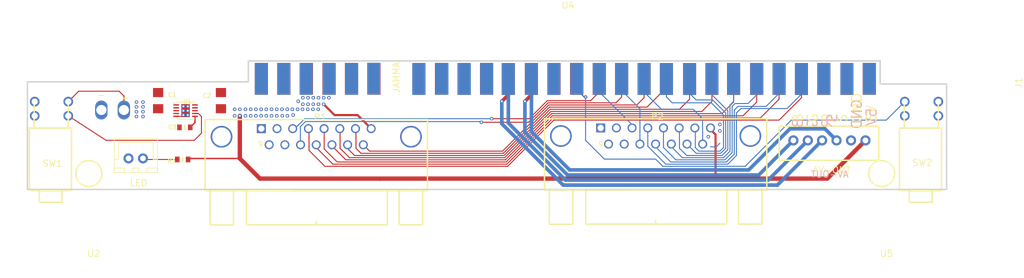
<source format=kicad_pcb>
(kicad_pcb (version 20171130) (host pcbnew "(5.1.5)-3") (page "A4") (layers (0 "F.Cu" signal) (31 "B.Cu" signal) (32 "B.Adhes" user) (33 "F.Adhes" user) (34 "B.Paste" user) (35 "F.Paste" user) (36 "B.SilkS" user) (37 "F.SilkS" user) (38 "B.Mask" user) (39 "F.Mask" user) (40 "Dwgs.User" user) (41 "Cmts.User" user) (42 "Eco1.User" user) (43 "Eco2.User" user) (44 "Edge.Cuts" user) (45 "Margin" user) (46 "B.CrtYd" user) (47 "F.CrtYd" user) (48 "B.Fab" user hide) (49 "F.Fab" user hide)) (net 0 "") (net 1 "AV-OUT1_1") (net 2 "AV-OUT1_2") (net 3 "AV-OUT1_3") (net 4 "AV-OUT1_4") (net 5 "JAMMA1_17") (net 6 "JAMMA1_18") (net 7 "JAMMA1_19") (net 8 "JAMMA1_20") (net 9 "JAMMA1_21") (net 10 "JAMMA1_22") (net 11 "JAMMA1_23") (net 12 "JAMMA1_24") (net 13 "JAMMA1_25") (net 14 "JAMMA2_17") (net 15 "JAMMA2_18") (net 16 "JAMMA2_19") (net 17 "JAMMA2_20") (net 18 "JAMMA2_21") (net 19 "JAMMA2_22") (net 20 "JAMMA2_23") (net 21 "JAMMA2_24") (net 22 "JAMMA2_25") (net 23 "P1_1") (net 24 "P1_2") (net 25 "P1_3") (net 26 "P2_1") (net 27 "P2_2") (net 28 "P2_3") (net 29 "TEST1_1") (net 30 "TESTGND1_1") (net 31 "U2_1") (net 32 "U2_9") (net 33 "+5V") (net 34 "V-IN") (net 35 "GND") (net 36 "1PCOIN") (net 37 "2PUP") (net 38 "1PST") (net 39 "G") (net 40 "2PST") (net 41 "2PCOIN") (net 42 "2PC") (net 43 "2PB") (net 44 "2PR") (net 45 "2PL") (net 46 "2PDN") (net 47 "TEST") (net 48 "2PD") (net 49 "B") (net 50 "S") (net 51 "2PA") (net 52 "R") (net 53 "S$10945") (net 54 "SST") (net 55 "1PUP") (net 56 "1PD") (net 57 "1PB") (net 58 "1PA") (net 59 "1PR") (net 60 "1PDN") (net 61 "1PL") (net 62 "EN") (net 63 "1PC") (net 64 "SELECTDN") (net 65 "SER") (net 66 "SELECTUP") (net 67 "VGND") (net 68 "+12V") (net 69 "-5V") (net 70 "S$25") (net 71 "P5") (net 72 "P4") (net 73 "P6") (net 74 "K5") (net 75 "K4") (net 76 "K6") (zone (net 33) (net_name "+5V") (layer "F.Cu") (hatch edge 0.508) (connect_pads (clearance 0.254)) (polygon (pts (xy 10.668 138.811) (xy 10.668 140.208) (xy 11.557 140.208) (xy 12.573 141.351) (xy 26.924 141.478) (xy 32.004 141.478) (xy 34.036 140.081) (xy 35.369 136.462) (xy 35.369 129.985) (xy 31.687 129.985) (xy 29.019 130.112) (xy 29.083 135.89) (xy 29.083 137.922) (xy 27.559 138.811)))) (zone (net 34) (net_name "V-IN") (layer "F.Cu") (hatch edge 0.508) (connect_pads (clearance 0.254)) (polygon (pts (xy -3.302 137.922) (xy 1.778 137.922) (xy 2.794 138.811) (xy 6.985 138.811) (xy 7.112 139.319) (xy 7.112 140.589) (xy 5.969 140.589) (xy 5.207 141.224) (xy 2.032 141.224) (xy 1.651 141.605) (xy -3.302 141.605)))) (zone (net 33) (net_name "+5V") (layer "B.Cu") (hatch edge 0.508) (connect_pads (clearance 0.254)) (polygon (pts (xy 11.557 138.811) (xy 11.557 140.208) (xy 11.557 140.208) (xy 12.573 141.351) (xy 26.924 141.478) (xy 33.02 140.335) (xy 33.909 139.446) (xy 35.369 136.462) (xy 35.369 129.985) (xy 31.687 129.985) (xy 29.019 130.112) (xy 29.083 135.89) (xy 28.829 138.176) (xy 25.527 138.811)))) (zone (net 34) (net_name "V-IN") (layer "B.Cu") (hatch edge 0.508) (connect_pads (clearance 0.254)) (polygon (pts (xy -3.302 137.922) (xy 1.905 137.922) (xy 2.54 138.43) (xy 6.604 138.43) (xy 6.604 139.319) (xy 6.604 140.589) (xy 5.969 140.589) (xy 5.207 141.224) (xy 2.032 141.224) (xy 1.651 141.605) (xy -3.302 141.605)))) (zone (net 35) (net_name "GND") (layer "F.Cu") (hatch edge 0.508) (connect_pads (clearance 0.254)) (polygon (pts (xy -23.749 129.794) (xy 20.447 129.794) (xy 28.194 129.54) (xy 28.321 130.175) (xy 28.321 137.922) (xy 123.19 138.049) (xy 123.952 137.414) (xy 123.952 130.81) (xy 123.952 130.683) (xy 143.764 129.667) (xy 144.145 130.937) (xy 144.145 157.226) (xy 149.225 162.306) (xy -19.812 162.306) (xy -20.32 161.798) (xy -20.32 133.223) (xy -23.749 129.794)))) (zone (net 35) (net_name "GND") (layer "B.Cu") (hatch edge 0.508) (connect_pads (clearance 0.254)) (polygon (pts (xy 145.034 129.921) (xy 145.034 155.067) (xy 143.383 156.718) (xy -21.463 156.718) (xy -21.844 156.337) (xy -21.844 130.175) (xy -20.066 128.397) (xy 27.813 128.397) (xy 27.813 129.032) (xy 27.813 138.049) (xy 123.063 138.43) (xy 123.444 138.557) (xy 123.444 130.683) (xy 123.825 130.302)))) (segment (start 62.738 141.478) (end 29.845 141.478) (width 0.178) (layer "B.Cu") (net 36)) (segment (start 29.845 141.478) (end 28.09 143.233) (width 0.178) (layer "B.Cu") (net 36)) (segment (start 28.09 143.233) (end 27.737 143.233) (width 0.178) (layer "B.Cu") (net 36)) (segment (start 89.535 134.493) (end 89.535 136.779) (width 0.178) (layer "B.Cu") (net 37)) (segment (start 89.535 136.779) (end 92.583 139.827) (width 0.178) (layer "B.Cu") (net 37)) (segment (start 92.583 139.827) (end 98.171 139.827) (width 0.178) (layer "B.Cu") (net 37)) (segment (start 98.171 139.827) (end 99.822 141.478) (width 0.178) (layer "B.Cu") (net 37)) (segment (start 99.822 141.478) (end 99.847 145.946) (width 0.178) (layer "B.Cu") (net 37)) (segment (start 60.927 142.113) (end 60.927 141.986) (width 0.178) (layer "B.Cu") (net 38)) (segment (start 60.927 141.986) (end 29.972 141.986) (width 0.178) (layer "B.Cu") (net 38)) (segment (start 29.972 141.986) (end 29.083 142.875) (width 0.178) (layer "B.Cu") (net 38)) (segment (start 29.083 142.875) (end 29.083 146.04) (width 0.178) (layer "B.Cu") (net 38)) (segment (start 29.083 146.04) (end 29.116 146.073) (width 0.178) (layer "B.Cu") (net 38)) (segment (start 65.659 134.493) (end 65.659 136.906) (width 0.635) (layer "B.Cu") (net 39)) (segment (start 85.598 134.493) (end 85.598 136.525) (width 0.178) (layer "B.Cu") (net 40)) (segment (start 85.598 136.525) (end 88.806 139.733) (width 0.178) (layer "B.Cu") (net 40)) (segment (start 88.806 139.733) (end 88.806 145.946) (width 0.178) (layer "B.Cu") (net 40)) (segment (start 81.661 134.468) (end 81.661 136.779) (width 0.178) (layer "B.Cu") (net 41)) (segment (start 81.661 136.779) (end 87.427 142.545) (width 0.178) (layer "B.Cu") (net 41)) (segment (start 87.427 142.545) (end 87.427 143.106) (width 0.178) (layer "B.Cu") (net 41)) (segment (start 113.284 134.468) (end 113.284 137.033) (width 0.178) (layer "B.Cu") (net 42)) (segment (start 113.284 137.033) (end 110.998 139.319) (width 0.178) (layer "B.Cu") (net 42)) (segment (start 110.998 139.319) (end 106.045 139.319) (width 0.178) (layer "B.Cu") (net 42)) (segment (start 106.045 139.319) (end 105.41 139.954) (width 0.178) (layer "B.Cu") (net 42)) (segment (start 105.41 139.954) (end 105.41 147.701) (width 0.178) (layer "B.Cu") (net 42)) (segment (start 105.41 147.701) (end 104.013 149.098) (width 0.178) (layer "B.Cu") (net 42)) (segment (start 104.013 149.098) (end 94.234 149.098) (width 0.178) (layer "B.Cu") (net 42)) (segment (start 94.234 149.098) (end 91.567 146.431) (width 0.178) (layer "B.Cu") (net 42)) (segment (start 91.567 146.431) (end 91.567 145.946) (width 0.178) (layer "B.Cu") (net 42)) (segment (start 109.347 134.468) (end 109.347 137.287) (width 0.178) (layer "B.Cu") (net 43)) (segment (start 109.347 137.287) (end 107.823 138.811) (width 0.178) (layer "B.Cu") (net 43)) (segment (start 107.823 138.811) (end 105.537 138.811) (width 0.178) (layer "B.Cu") (net 43)) (segment (start 105.537 138.811) (end 105.029 139.319) (width 0.178) (layer "B.Cu") (net 43)) (segment (start 105.029 139.319) (end 105.029 147.447) (width 0.178) (layer "B.Cu") (net 43)) (segment (start 105.029 147.447) (end 103.759 148.717) (width 0.178) (layer "B.Cu") (net 43)) (segment (start 103.759 148.717) (end 95.123 148.717) (width 0.178) (layer "B.Cu") (net 43)) (segment (start 95.123 148.717) (end 92.946 146.54) (width 0.178) (layer "B.Cu") (net 43)) (segment (start 92.946 146.54) (end 92.946 143.106) (width 0.178) (layer "B.Cu") (net 43)) (segment (start 101.473 134.468) (end 101.473 137.287) (width 0.178) (layer "B.Cu") (net 44)) (segment (start 101.473 137.287) (end 104.267 140.081) (width 0.178) (layer "B.Cu") (net 44)) (segment (start 104.267 140.081) (end 104.267 146.939) (width 0.178) (layer "B.Cu") (net 44)) (segment (start 104.267 146.939) (end 103.251 147.955) (width 0.178) (layer "B.Cu") (net 44)) (segment (start 103.251 147.955) (end 97.028 147.955) (width 0.178) (layer "B.Cu") (net 44)) (segment (start 97.028 147.955) (end 95.758 146.685) (width 0.178) (layer "B.Cu") (net 44)) (segment (start 95.758 146.685) (end 95.758 143.157) (width 0.178) (layer "B.Cu") (net 44)) (segment (start 95.758 143.157) (end 95.707 143.106) (width 0.178) (layer "B.Cu") (net 44)) (segment (start 97.536 134.493) (end 97.536 137.033) (width 0.178) (layer "B.Cu") (net 45)) (segment (start 97.536 137.033) (end 98.679 138.176) (width 0.178) (layer "B.Cu") (net 45)) (segment (start 98.679 138.176) (end 101.6 138.176) (width 0.178) (layer "B.Cu") (net 45)) (segment (start 101.6 138.176) (end 103.886 140.462) (width 0.178) (layer "B.Cu") (net 45)) (segment (start 103.886 140.462) (end 103.886 146.685) (width 0.178) (layer "B.Cu") (net 45)) (segment (start 103.886 146.685) (end 102.997 147.574) (width 0.178) (layer "B.Cu") (net 45)) (segment (start 102.997 147.574) (end 98.715 147.574) (width 0.178) (layer "B.Cu") (net 45)) (segment (start 98.715 147.574) (end 97.086 145.946) (width 0.178) (layer "B.Cu") (net 45)) (segment (start 93.472 134.493) (end 93.472 137.668) (width 0.178) (layer "B.Cu") (net 46)) (segment (start 93.472 137.668) (end 94.488 138.684) (width 0.178) (layer "B.Cu") (net 46)) (segment (start 94.488 138.684) (end 101.346 138.684) (width 0.178) (layer "B.Cu") (net 46)) (segment (start 101.346 138.684) (end 103.505 140.843) (width 0.178) (layer "B.Cu") (net 46)) (segment (start 103.505 140.843) (end 103.505 146.558) (width 0.178) (layer "B.Cu") (net 46)) (segment (start 103.505 146.558) (end 102.87 147.193) (width 0.178) (layer "B.Cu") (net 46)) (segment (start 102.87 147.193) (end 99.187 147.193) (width 0.178) (layer "B.Cu") (net 46)) (segment (start 99.187 147.193) (end 98.552 146.558) (width 0.178) (layer "B.Cu") (net 46)) (segment (start 98.552 146.558) (end 98.552 143.19) (width 0.178) (layer "B.Cu") (net 46)) (segment (start 98.552 143.19) (end 98.468 143.106) (width 0.178) (layer "B.Cu") (net 46)) (segment (start 101.219 146.431) (end 102.235 146.431) (width 0.178) (layer "B.Cu") (net 47)) (segment (start 102.235 146.431) (end 102.87 145.796) (width 0.178) (layer "B.Cu") (net 47)) (segment (start 117.221 134.493) (end 117.221 137.16) (width 0.178) (layer "B.Cu") (net 48)) (segment (start 117.221 137.16) (end 114.681 139.7) (width 0.178) (layer "B.Cu") (net 48)) (segment (start 114.681 139.7) (end 106.553 139.7) (width 0.178) (layer "B.Cu") (net 48)) (segment (start 106.553 139.7) (end 105.791 140.462) (width 0.178) (layer "B.Cu") (net 48)) (segment (start 105.791 140.462) (end 105.791 147.955) (width 0.178) (layer "B.Cu") (net 48)) (segment (start 105.791 147.955) (end 104.267 149.479) (width 0.178) (layer "B.Cu") (net 48)) (segment (start 104.267 149.479) (end 93.345 149.479) (width 0.178) (layer "B.Cu") (net 48)) (segment (start 93.345 149.479) (end 90.188 146.322) (width 0.178) (layer "B.Cu") (net 48)) (segment (start 90.188 146.322) (end 90.188 143.106) (width 0.178) (layer "B.Cu") (net 48)) (segment (start 65.659 134.493) (end 65.659 142.24) (width 0.635) (layer "B.Cu") (net 39)) (segment (start 65.659 142.24) (end 75.692 152.273) (width 0.635) (layer "B.Cu") (net 39)) (segment (start 75.692 152.273) (end 111.364 152.273) (width 0.635) (layer "B.Cu") (net 39)) (segment (start 111.364 152.273) (end 118.341 145.296) (width 0.635) (layer "B.Cu") (net 39)) (segment (start 68.58 138.43) (end 68.58 143.891) (width 0.635) (layer "B.Cu") (net 49)) (segment (start 68.58 143.891) (end 76.073 151.384) (width 0.635) (layer "B.Cu") (net 49)) (segment (start 76.073 151.384) (end 109.714 151.384) (width 0.635) (layer "B.Cu") (net 49)) (segment (start 109.714 151.384) (end 115.799 145.298) (width 0.635) (layer "B.Cu") (net 49)) (segment (start 69.723 134.62) (end 69.723 143.764) (width 0.635) (layer "B.Cu") (net 50)) (segment (start 69.723 143.764) (end 76.454 150.495) (width 0.635) (layer "B.Cu") (net 50)) (segment (start 76.454 150.495) (end 107.95 150.495) (width 0.635) (layer "B.Cu") (net 50)) (segment (start 107.95 150.495) (end 115.189 143.256) (width 0.635) (layer "B.Cu") (net 50)) (segment (start 115.189 143.256) (end 121.347 143.256) (width 0.635) (layer "B.Cu") (net 50)) (segment (start 121.347 143.256) (end 123.389 145.298) (width 0.635) (layer "B.Cu") (net 50)) (segment (start 79.248 137.668) (end 79.248 145.288) (width 0.178) (layer "B.Cu") (net 47)) (segment (start 79.248 145.288) (end 82.55 148.59) (width 0.178) (layer "B.Cu") (net 47)) (segment (start 82.55 148.59) (end 90.678 148.59) (width 0.178) (layer "B.Cu") (net 47)) (segment (start 105.283 134.468) (end 105.283 138.43) (width 0.178) (layer "B.Cu") (net 51)) (segment (start 105.283 138.43) (end 104.648 139.065) (width 0.178) (layer "B.Cu") (net 51)) (segment (start 104.648 139.065) (end 104.648 147.193) (width 0.178) (layer "B.Cu") (net 51)) (segment (start 104.648 147.193) (end 103.505 148.336) (width 0.178) (layer "B.Cu") (net 51)) (segment (start 103.505 148.336) (end 96.266 148.336) (width 0.178) (layer "B.Cu") (net 51)) (segment (start 96.266 148.336) (end 94.328 146.398) (width 0.178) (layer "B.Cu") (net 51)) (segment (start 94.328 146.398) (end 94.328 145.946) (width 0.178) (layer "B.Cu") (net 51)) (segment (start 64.516 138.43) (end 64.516 142.367) (width 0.635) (layer "B.Cu") (net 52)) (segment (start 64.516 142.367) (end 75.311 153.162) (width 0.635) (layer "B.Cu") (net 52)) (segment (start 75.311 153.162) (end 112.986 153.162) (width 0.635) (layer "B.Cu") (net 52)) (segment (start 112.986 153.162) (end 120.849 145.298) (width 0.635) (layer "B.Cu") (net 52)) (segment (start 90.678 148.59) (end 91.567 148.59) (width 0.178) (layer "B.Cu") (net 47)) (segment (start 91.567 148.59) (end 92.837 149.86) (width 0.178) (layer "B.Cu") (net 47)) (segment (start 92.837 149.86) (end 107.315 149.86) (width 0.178) (layer "B.Cu") (net 47)) (segment (start 107.315 149.86) (end 115.443 141.732) (width 0.178) (layer "B.Cu") (net 47)) (segment (start 115.443 141.732) (end 132.138 141.732) (width 0.178) (layer "B.Cu") (net 47)) (segment (start 132.138 141.732) (end 135.392 138.478) (width 0.178) (layer "B.Cu") (net 47)) (gr_line (start 28.702 153.924) (end -18.923 153.924) (width 0.254) (layer "Edge.Cuts")) (gr_line (start -18.923 153.924) (end -18.923 135.001) (width 0.254) (layer "Edge.Cuts")) (gr_line (start -18.923 135.001) (end 19.939 135.001) (width 0.254) (layer "Edge.Cuts")) (gr_line (start 19.939 135.001) (end 19.939 131.318) (width 0.254) (layer "Edge.Cuts")) (gr_line (start 131.064 131.318) (end 131.064 135.382) (width 0.254) (layer "Edge.Cuts")) (gr_line (start 131.064 135.382) (end 133.096 135.382) (width 0.254) (layer "Edge.Cuts")) (gr_line (start 133.096 135.382) (end 142.748 135.382) (width 0.254) (layer "Edge.Cuts")) (gr_line (start 142.748 135.382) (end 142.748 153.924) (width 0.254) (layer "Edge.Cuts")) (gr_line (start 142.748 153.924) (end 28.194 153.924) (width 0.254) (layer "Edge.Cuts")) (gr_line (start 19.939 131.318) (end 131.064 131.318) (width 0.254) (layer "Edge.Cuts")) (segment (start 43.086 152.019) (end 121.76 152.019) (width 0.762) (layer "F.Cu") (net 33)) (segment (start 121.76 152.019) (end 128.481 145.298) (width 0.762) (layer "F.Cu") (net 33)) (segment (start 8.89 140.066) (end 8.89 140.589) (width 0.178) (layer "F.Cu") (net 35)) (segment (start 8.89 140.589) (end 8.412 141.067) (width 0.178) (layer "F.Cu") (net 35)) (segment (start 8.412 141.067) (end 7.239 141.067) (width 0.178) (layer "F.Cu") (net 35)) (segment (start 7.432 148.654) (end 1.588 148.654) (width 0.178) (layer "F.Cu") (net 33)) (segment (start 1.588 148.654) (end 1.397 148.463) (width 0.178) (layer "F.Cu") (net 33)) (segment (start 18.435 148.483) (end 9.503 148.483) (width 0.254) (layer "F.Cu") (net 33)) (segment (start 9.503 148.483) (end 9.332 148.654) (width 0.254) (layer "F.Cu") (net 33)) (segment (start 10.541 141.066) (end 10.541 142.174) (width 0.254) (layer "F.Cu") (net 54)) (segment (start 10.541 142.174) (end 9.713 143.002) (width 0.254) (layer "F.Cu") (net 54)) (segment (start 8.509 140.843) (end 9.271 140.843) (width 0.178) (layer "F.Cu") (net 35)) (segment (start 9.271 140.843) (end 9.271 140.081) (width 0.178) (layer "F.Cu") (net 35)) (segment (start 101.227 143.106) (end 101.227 143.391) (width 0.381) (layer "F.Cu") (net 33)) (segment (start 101.227 143.391) (end 102.108 144.272) (width 0.381) (layer "F.Cu") (net 33)) (segment (start 102.108 144.272) (end 102.108 152.019) (width 0.381) (layer "F.Cu") (net 33)) (segment (start 81.661 134.493) (end 81.661 136.779) (width 0.178) (layer "F.Cu") (net 36)) (segment (start 81.661 136.779) (end 80.137 138.303) (width 0.178) (layer "F.Cu") (net 36)) (segment (start 80.137 138.303) (end 72.517 138.303) (width 0.178) (layer "F.Cu") (net 36)) (segment (start 72.517 138.303) (end 69.342 141.478) (width 0.178) (layer "F.Cu") (net 36)) (segment (start 69.342 141.478) (end 62.738 141.478) (width 0.178) (layer "F.Cu") (net 36)) (segment (start 85.585 134.468) (end 85.585 137.681) (width 0.178) (layer "F.Cu") (net 38)) (segment (start 85.585 137.681) (end 84.582 138.684) (width 0.178) (layer "F.Cu") (net 38)) (segment (start 84.582 138.684) (end 72.644 138.684) (width 0.178) (layer "F.Cu") (net 38)) (segment (start 72.644 138.684) (end 69.215 142.113) (width 0.178) (layer "F.Cu") (net 38)) (segment (start 69.215 142.113) (end 60.927 142.113) (width 0.178) (layer "F.Cu") (net 38)) (segment (start 89.545 134.468) (end 89.545 137.785) (width 0.178) (layer "F.Cu") (net 55)) (segment (start 89.545 137.785) (end 88.265 139.065) (width 0.178) (layer "F.Cu") (net 55)) (segment (start 88.265 139.065) (end 72.771 139.065) (width 0.178) (layer "F.Cu") (net 55)) (segment (start 72.771 139.065) (end 64.643 147.193) (width 0.178) (layer "F.Cu") (net 55)) (segment (start 64.643 147.193) (end 41.278 147.193) (width 0.178) (layer "F.Cu") (net 55)) (segment (start 41.278 147.193) (end 40.157 146.073) (width 0.178) (layer "F.Cu") (net 55)) (segment (start 117.221 134.493) (end 117.221 137.795) (width 0.178) (layer "F.Cu") (net 56)) (segment (start 117.221 137.795) (end 113.284 141.732) (width 0.178) (layer "F.Cu") (net 56)) (segment (start 113.284 141.732) (end 73.66 141.732) (width 0.178) (layer "F.Cu") (net 56)) (segment (start 73.66 141.732) (end 65.532 149.86) (width 0.178) (layer "F.Cu") (net 56)) (segment (start 65.532 149.86) (end 33.401 149.86) (width 0.178) (layer "F.Cu") (net 56)) (segment (start 33.401 149.86) (end 30.607 147.066) (width 0.178) (layer "F.Cu") (net 56)) (segment (start 30.607 147.066) (end 30.607 143.342) (width 0.178) (layer "F.Cu") (net 56)) (segment (start 30.607 143.342) (end 30.498 143.233) (width 0.178) (layer "F.Cu") (net 56)) (segment (start 109.347 134.493) (end 109.347 138.557) (width 0.178) (layer "F.Cu") (net 57)) (segment (start 109.347 138.557) (end 106.934 140.97) (width 0.178) (layer "F.Cu") (net 57)) (segment (start 106.934 140.97) (end 73.406 140.97) (width 0.178) (layer "F.Cu") (net 57)) (segment (start 73.406 140.97) (end 65.278 149.098) (width 0.178) (layer "F.Cu") (net 57)) (segment (start 65.278 149.098) (end 35.56 149.098) (width 0.178) (layer "F.Cu") (net 57)) (segment (start 35.56 149.098) (end 33.274 146.812) (width 0.178) (layer "F.Cu") (net 57)) (segment (start 33.274 146.812) (end 33.274 142.748) (width 0.178) (layer "F.Cu") (net 57)) (segment (start 105.283 134.493) (end 105.283 138.557) (width 0.178) (layer "F.Cu") (net 58)) (segment (start 105.283 138.557) (end 103.251 140.589) (width 0.178) (layer "F.Cu") (net 58)) (segment (start 103.251 140.589) (end 73.279 140.589) (width 0.178) (layer "F.Cu") (net 58)) (segment (start 73.279 140.589) (end 65.151 148.717) (width 0.178) (layer "F.Cu") (net 58)) (segment (start 65.151 148.717) (end 37.084 148.717) (width 0.178) (layer "F.Cu") (net 58)) (segment (start 37.084 148.717) (end 34.638 146.271) (width 0.178) (layer "F.Cu") (net 58)) (segment (start 34.638 146.271) (end 34.638 146.073) (width 0.178) (layer "F.Cu") (net 58)) (segment (start 101.473 134.493) (end 101.473 138.43) (width 0.178) (layer "F.Cu") (net 59)) (segment (start 101.473 138.43) (end 99.695 140.208) (width 0.178) (layer "F.Cu") (net 59)) (segment (start 99.695 140.208) (end 73.152 140.208) (width 0.178) (layer "F.Cu") (net 59)) (segment (start 73.152 140.208) (end 65.024 148.336) (width 0.178) (layer "F.Cu") (net 59)) (segment (start 65.024 148.336) (end 37.719 148.336) (width 0.178) (layer "F.Cu") (net 59)) (segment (start 37.719 148.336) (end 36.068 146.685) (width 0.178) (layer "F.Cu") (net 59)) (segment (start 36.068 146.685) (end 36.068 143.284) (width 0.178) (layer "F.Cu") (net 59)) (segment (start 36.068 143.284) (end 36.017 143.233) (width 0.178) (layer "F.Cu") (net 59)) (segment (start 93.472 134.493) (end 93.472 136.017) (width 0.178) (layer "F.Cu") (net 60)) (segment (start 93.472 136.017) (end 90.043 139.446) (width 0.178) (layer "F.Cu") (net 60)) (segment (start 90.043 139.446) (end 72.898 139.446) (width 0.178) (layer "F.Cu") (net 60)) (segment (start 72.898 139.446) (end 64.77 147.574) (width 0.178) (layer "F.Cu") (net 60)) (segment (start 64.77 147.574) (end 39.751 147.574) (width 0.178) (layer "F.Cu") (net 60)) (segment (start 39.751 147.574) (end 38.862 146.685) (width 0.178) (layer "F.Cu") (net 60)) (segment (start 38.862 146.685) (end 38.862 143.317) (width 0.178) (layer "F.Cu") (net 60)) (segment (start 38.862 143.317) (end 38.778 143.233) (width 0.178) (layer "F.Cu") (net 60)) (segment (start 97.536 134.493) (end 97.536 138.049) (width 0.178) (layer "F.Cu") (net 61)) (segment (start 97.536 138.049) (end 95.758 139.827) (width 0.178) (layer "F.Cu") (net 61)) (segment (start 95.758 139.827) (end 73.025 139.827) (width 0.178) (layer "F.Cu") (net 61)) (segment (start 73.025 139.827) (end 64.897 147.955) (width 0.178) (layer "F.Cu") (net 61)) (segment (start 64.897 147.955) (end 38.608 147.955) (width 0.178) (layer "F.Cu") (net 61)) (segment (start 38.608 147.955) (end 37.592 146.939) (width 0.178) (layer "F.Cu") (net 61)) (segment (start 37.592 146.939) (end 37.592 146.268) (width 0.178) (layer "F.Cu") (net 61)) (segment (start 37.592 146.268) (end 37.396 146.073) (width 0.178) (layer "F.Cu") (net 61)) (segment (start 18.435 140.973) (end 18.435 148.483) (width 0.762) (layer "F.Cu") (net 33)) (segment (start 18.435 148.483) (end 21.971 152.019) (width 0.762) (layer "F.Cu") (net 33)) (segment (start 21.971 152.019) (end 43.087 152.019) (width 0.762) (layer "F.Cu") (net 33)) (segment (start 69.723 134.493) (end 69.723 137.287) (width 0.635) (layer "F.Cu") (net 49)) (segment (start 69.723 137.287) (end 68.58 138.43) (width 0.635) (layer "F.Cu") (net 49)) (segment (start 65.659 134.493) (end 65.659 137.287) (width 0.635) (layer "F.Cu") (net 52)) (segment (start 65.659 137.287) (end 64.516 138.43) (width 0.635) (layer "F.Cu") (net 52)) (segment (start 77.666 134.468) (end 77.666 136.34) (width 0.178) (layer "F.Cu") (net 47)) (segment (start 77.666 136.34) (end 78.994 137.668) (width 0.178) (layer "F.Cu") (net 47)) (segment (start 78.994 137.668) (end 79.248 137.668) (width 0.178) (layer "F.Cu") (net 47)) (segment (start 10.541 140.566) (end 11.153 140.566) (width 0.178) (layer "F.Cu") (net 62)) (segment (start 11.153 140.566) (end 11.684 141.097) (width 0.178) (layer "F.Cu") (net 62)) (segment (start 11.684 141.097) (end 11.684 144.018) (width 0.178) (layer "F.Cu") (net 62)) (segment (start 11.684 144.018) (end 10.414 145.288) (width 0.178) (layer "F.Cu") (net 62)) (segment (start 10.414 145.288) (end -5.08 145.288) (width 0.178) (layer "F.Cu") (net 62)) (segment (start -5.08 145.288) (end -11.742 140.978) (width 0.178) (layer "F.Cu") (net 62)) (segment (start -1.956 139.954) (end -1.956 137.49) (width 0.178) (layer "F.Cu") (net 34)) (segment (start -1.956 137.49) (end -2.794 136.652) (width 0.178) (layer "F.Cu") (net 34)) (segment (start -2.794 136.652) (end -9.916 136.652) (width 0.178) (layer "F.Cu") (net 34)) (segment (start -9.916 136.652) (end -11.742 138.478) (width 0.178) (layer "F.Cu") (net 34)) (segment (start 113.284 134.493) (end 113.284 138.049) (width 0.178) (layer "F.Cu") (net 63)) (segment (start 113.284 138.049) (end 109.982 141.351) (width 0.178) (layer "F.Cu") (net 63)) (segment (start 109.982 141.351) (end 73.533 141.351) (width 0.178) (layer "F.Cu") (net 63)) (segment (start 73.533 141.351) (end 65.405 149.479) (width 0.178) (layer "F.Cu") (net 63)) (segment (start 65.405 149.479) (end 34.798 149.479) (width 0.178) (layer "F.Cu") (net 63)) (segment (start 34.798 149.479) (end 32.131 146.812) (width 0.178) (layer "F.Cu") (net 63)) (segment (start 32.131 146.812) (end 32.131 146.327) (width 0.178) (layer "F.Cu") (net 63)) (segment (start 32.131 146.327) (end 31.877 146.073) (width 0.178) (layer "F.Cu") (net 63)) (segment (start 33.183 138.941) (end 35.085 140.843) (width 0.381) (layer "F.Cu") (net 33)) (segment (start 35.085 140.843) (end 39.146 140.843) (width 0.381) (layer "F.Cu") (net 33)) (segment (start 39.146 140.843) (end 41.537 143.233) (width 0.381) (layer "F.Cu") (net 33)) (via (at 9.271 140.843) (size 0.62) (drill 0.305) (layers "F.Cu" "B.Cu") (net 35)) (via (at 8.509 140.843) (size 0.62) (drill 0.305) (layers "F.Cu" "B.Cu") (net 35)) (via (at 9.271 140.081) (size 0.62) (drill 0.305) (layers "F.Cu" "B.Cu") (net 35)) (via (at 8.509 140.081) (size 0.62) (drill 0.305) (layers "F.Cu" "B.Cu") (net 35)) (via (at 9.271 139.319) (size 0.62) (drill 0.305) (layers "F.Cu" "B.Cu") (net 35)) (via (at 8.509 139.319) (size 0.62) (drill 0.305) (layers "F.Cu" "B.Cu") (net 35)) (via (at 18.438 139.827) (size 0.62) (drill 0.305) (layers "F.Cu" "B.Cu") (net 33)) (via (at 17.521 139.827) (size 0.62) (drill 0.305) (layers "F.Cu" "B.Cu") (net 33)) (via (at 18.435 140.973) (size 0.62) (drill 0.305) (layers "F.Cu" "B.Cu") (net 33)) (via (at 17.519 140.973) (size 0.62) (drill 0.305) (layers "F.Cu" "B.Cu") (net 33)) (via (at 28.595 139.83) (size 0.62) (drill 0.305) (layers "F.Cu" "B.Cu") (net 33)) (via (at 27.679 139.83) (size 0.62) (drill 0.305) (layers "F.Cu" "B.Cu") (net 33)) (via (at 26.762 139.83) (size 0.62) (drill 0.305) (layers "F.Cu" "B.Cu") (net 33)) (via (at 25.845 139.83) (size 0.62) (drill 0.305) (layers "F.Cu" "B.Cu") (net 33)) (via (at 24.929 139.83) (size 0.62) (drill 0.305) (layers "F.Cu" "B.Cu") (net 33)) (via (at 19.428 139.83) (size 0.62) (drill 0.305) (layers "F.Cu" "B.Cu") (net 33)) (via (at 20.345 139.83) (size 0.62) (drill 0.305) (layers "F.Cu" "B.Cu") (net 33)) (via (at 21.262 139.83) (size 0.62) (drill 0.305) (layers "F.Cu" "B.Cu") (net 33)) (via (at 22.179 139.83) (size 0.62) (drill 0.305) (layers "F.Cu" "B.Cu") (net 33)) (via (at 23.095 139.83) (size 0.62) (drill 0.305) (layers "F.Cu" "B.Cu") (net 33)) (via (at 24.012 139.83) (size 0.62) (drill 0.305) (layers "F.Cu" "B.Cu") (net 33)) (via (at 24.926 140.975) (size 0.62) (drill 0.305) (layers "F.Cu" "B.Cu") (net 33)) (via (at 19.426 140.975) (size 0.62) (drill 0.305) (layers "F.Cu" "B.Cu") (net 33)) (via (at 20.343 140.975) (size 0.62) (drill 0.305) (layers "F.Cu" "B.Cu") (net 33)) (via (at 21.259 140.975) (size 0.62) (drill 0.305) (layers "F.Cu" "B.Cu") (net 33)) (via (at 22.176 140.975) (size 0.62) (drill 0.305) (layers "F.Cu" "B.Cu") (net 33)) (via (at 23.093 140.975) (size 0.62) (drill 0.305) (layers "F.Cu" "B.Cu") (net 33)) (via (at 24.009 140.975) (size 0.62) (drill 0.305) (layers "F.Cu" "B.Cu") (net 33)) (via (at 29.464 139.827) (size 0.62) (drill 0.305) (layers "F.Cu" "B.Cu") (net 33)) (via (at 30.381 139.827) (size 0.62) (drill 0.305) (layers "F.Cu" "B.Cu") (net 33)) (via (at 31.297 139.827) (size 0.62) (drill 0.305) (layers "F.Cu" "B.Cu") (net 33)) (via (at 32.214 139.827) (size 0.62) (drill 0.305) (layers "F.Cu" "B.Cu") (net 33)) (via (at 34.103 137.795) (size 0.62) (drill 0.305) (layers "F.Cu" "B.Cu") (net 33)) (via (at 33.186 137.795) (size 0.62) (drill 0.305) (layers "F.Cu" "B.Cu") (net 33)) (via (at 29.519 137.795) (size 0.62) (drill 0.305) (layers "F.Cu" "B.Cu") (net 33)) (via (at 30.436 137.795) (size 0.62) (drill 0.305) (layers "F.Cu" "B.Cu") (net 33)) (via (at 31.353 137.795) (size 0.62) (drill 0.305) (layers "F.Cu" "B.Cu") (net 33)) (via (at 32.269 137.795) (size 0.62) (drill 0.305) (layers "F.Cu" "B.Cu") (net 33)) (via (at 33.184 138.941) (size 0.62) (drill 0.305) (layers "F.Cu" "B.Cu") (net 33)) (via (at 27.813 140.843) (size 0.62) (drill 0.305) (layers "F.Cu" "B.Cu") (net 33)) (via (at 28.702 138.43) (size 0.62) (drill 0.305) (layers "F.Cu" "B.Cu") (net 33)) (via (at 29.517 138.941) (size 0.62) (drill 0.305) (layers "F.Cu" "B.Cu") (net 33)) (via (at 30.434 138.941) (size 0.62) (drill 0.305) (layers "F.Cu" "B.Cu") (net 33)) (via (at 31.35 138.941) (size 0.62) (drill 0.305) (layers "F.Cu" "B.Cu") (net 33)) (via (at 32.267 138.941) (size 0.62) (drill 0.305) (layers "F.Cu" "B.Cu") (net 33)) (via (at 68.58 138.43) (size 0.61) (drill 0.305) (layers "F.Cu" "B.Cu") (net 49)) (via (at 64.516 138.43) (size 0.61) (drill 0.305) (layers "F.Cu" "B.Cu") (net 52)) (via (at 62.738 141.478) (size 0.61) (drill 0.305) (layers "F.Cu" "B.Cu") (net 36)) (via (at 60.927 142.113) (size 0.61) (drill 0.305) (layers "F.Cu" "B.Cu") (net 38)) (via (at 100.838 144.653) (size 0.61) (drill 0.305) (layers "F.Cu" "B.Cu") (net 35)) (via (at 102.87 143.637) (size 0.61) (drill 0.305) (layers "F.Cu" "B.Cu") (net 35)) (via (at 102.87 142.494) (size 0.61) (drill 0.305) (layers "F.Cu" "B.Cu") (net 35)) (via (at 79.248 137.668) (size 0.61) (drill 0.203) (layers "F.Cu" "B.Cu") (net 47)) (via (at 25.908 140.97) (size 0.62) (drill 0.305) (layers "F.Cu" "B.Cu") (net 33)) (via (at 26.797 140.97) (size 0.62) (drill 0.305) (layers "F.Cu" "B.Cu") (net 33)) (via (at 1.397 138.557) (size 0.61) (drill 0.305) (layers "F.Cu" "B.Cu") (net 34)) (via (at 1.397 139.404) (size 0.61) (drill 0.305) (layers "F.Cu" "B.Cu") (net 34)) (via (at 1.397 140.25) (size 0.61) (drill 0.305) (layers "F.Cu" "B.Cu") (net 34)) (via (at 1.397 141.097) (size 0.61) (drill 0.305) (layers "F.Cu" "B.Cu") (net 34)) (via (at 0.254 141.097) (size 0.61) (drill 0.305) (layers "F.Cu" "B.Cu") (net 34)) (via (at 0.254 140.25) (size 0.61) (drill 0.305) (layers "F.Cu" "B.Cu") (net 34)) (via (at 0.254 139.404) (size 0.61) (drill 0.305) (layers "F.Cu" "B.Cu") (net 34)) (via (at 0.254 138.557) (size 0.61) (drill 0.305) (layers "F.Cu" "B.Cu") (net 34)) (gr_text "S" (at 122.497 142.358 -90) (layer "B.SilkS") (effects (font (size 1.75 1.75) (thickness 0.203)) (justify left mirror))) (gr_text "R" (at 121.768 141.244 90) (layer "B.SilkS") (effects (font (size 1.75 1.75) (thickness 0.203)) (justify left mirror))) (gr_text "G" (at 119.177 141.164 90) (layer "B.SilkS") (effects (font (size 1.75 1.75) (thickness 0.203)) (justify left mirror))) (gr_text "B" (at 116.586 141.244 90) (layer "B.SilkS") (effects (font (size 1.75 1.75) (thickness 0.203)) (justify left mirror))) (gr_text "GND" (at 126.949 137.887 90) (layer "B.SilkS") (effects (font (size 1.75 1.75) (thickness 0.203)) (justify left mirror))) (gr_text "5V" (at 129.54 139.446 90) (layer "B.SilkS") (effects (font (size 1.75 1.75) (thickness 0.203)) (justify left mirror))) (gr_text "AV-OUT" (at 125.603 151.257 0) (layer "B.SilkS") (effects (font (size 1.143 1.143) (thickness 0.152)) (justify left mirror))) (gr_text "5V" (at 129.54 142.367 90) (layer "F.SilkS") (effects (font (size 1.75 1.75) (thickness 0.203)) (justify left))) (gr_text "GND" (at 126.949 142.367 90) (layer "F.SilkS") (effects (font (size 1.75 1.75) (thickness 0.203)) (justify left))) (gr_text "B" (at 116.586 142.367 90) (layer "F.SilkS") (effects (font (size 1.75 1.75) (thickness 0.203)) (justify left))) (gr_text "G" (at 119.177 142.367 90) (layer "F.SilkS") (effects (font (size 1.75 1.75) (thickness 0.203)) (justify left))) (gr_text "R" (at 121.768 142.367 90) (layer "F.SilkS") (effects (font (size 1.75 1.75) (thickness 0.203)) (justify left))) (gr_text "S" (at 124.359 142.367 90) (layer "F.SilkS") (effects (font (size 1.75 1.75) (thickness 0.203)) (justify left))) (gr_text "AV-OUT" (at 119.126 150.495 0) (layer "F.SilkS") (effects (font (size 1.143 1.143) (thickness 0.152)) (justify left))) (gr_text "_" (at -6.477 136.779 0) (layer "F.SilkS") (effects (font (size 1.143 1.143) (thickness 0.152)) (justify left))) (module "easyeda:3.96MM 2P" (layer "F.Cu") (at -3.937 139.954) (fp_text value "3.96MM 2P" (at -0.076 -3.302 0) (layer "F.Fab") hide (effects (font (size 1.143 1.143) (thickness 0.152)) (justify left))) (fp_text reference "+" (at 1.397 -2.159 0) (layer "F.SilkS") (effects (font (size 1.143 1.143) (thickness 0.152)) (justify left))) (pad 1 thru_hole oval (at -1.981 0 180) (size 2.159 3.302) (layers "*.Cu" "*.Paste" "*.Mask") (drill 1.778) (net 35 "GND")) (pad 2 thru_hole oval (at 1.981 0 180) (size 2.159 3.302) (layers "*.Cu" "*.Paste" "*.Mask") (drill 1.778) (net 34 "V-IN")) (fp_text user gge10928 (at 0 0) (layer "Cmts.User") (effects (font (size 1 1) (thickness 0.15))))) (module "easyeda:JAMMA SOLDER SIDE" (layer "F.Cu") (at 75.692 134.493) (attr smd) (fp_text value "JAMMA SOLDER SIDE" (at -0.163 -4.953 0) (layer "F.Fab") hide (effects (font (size 1.143 1.143) (thickness 0.152)) (justify left))) (fp_text reference "U4" (at -0.762 -12.954 0) (layer "F.SilkS") (effects (font (size 1.143 1.143) (thickness 0.152)) (justify left))) (fp_text value "JAMMA" (at -29.729 2.575 90) (layer "F.SilkS") (effects (font (size 1.143 1.143) (thickness 0.178)) (justify left))) (pad "_F" smd rect (at 53.467 -0.025 0) (size 2.299 5.588) (layers "B.Cu" "B.Paste" "B.Mask") (net 35 "GND")) (pad "_E" smd rect (at 49.53 -0.025 0) (size 2.299 5.588) (layers "B.Cu" "B.Paste" "B.Mask") (net 35 "GND")) (pad "_D" smd rect (at 45.466 -0.025 0) (size 2.299 5.588) (layers "B.Cu" "B.Paste" "B.Mask") (net 64 "SELECTDN")) (pad "_C" smd rect (at 41.529 0 0) (size 2.299 5.588) (layers "B.Cu" "B.Paste" "B.Mask") (net 48 "2PD")) (pad "_B" smd rect (at 37.592 -0.025 0) (size 2.301 5.588) (layers "B.Cu" "B.Paste" "B.Mask") (net 42 "2PC")) (pad "_A" smd rect (at 33.655 -0.025 0) (size 2.301 5.588) (layers "B.Cu" "B.Paste" "B.Mask") (net 43 "2PB")) (pad "Z" smd rect (at 29.591 -0.025 0) (size 2.301 5.588) (layers "B.Cu" "B.Paste" "B.Mask") (net 51 "2PA")) (pad "Y" smd rect (at 25.781 -0.025 0) (size 2.301 5.588) (layers "B.Cu" "B.Paste" "B.Mask") (net 44 "2PR")) (pad "X" smd rect (at 21.844 0 0) (size 2.301 5.588) (layers "B.Cu" "B.Paste" "B.Mask") (net 45 "2PL")) (pad "W" smd rect (at 17.78 0 0) (size 2.301 5.588) (layers "B.Cu" "B.Paste" "B.Mask") (net 46 "2PDN")) (pad "V" smd rect (at 13.843 0 0) (size 2.301 5.588) (layers "B.Cu" "B.Paste" "B.Mask") (net 37 "2PUP")) (pad "U" smd rect (at 9.906 0 0) (size 2.301 5.588) (layers "B.Cu" "B.Paste" "B.Mask") (net 40 "2PST")) (pad "T" smd rect (at 5.969 -0.025 0) (size 2.301 5.588) (layers "B.Cu" "B.Paste" "B.Mask") (net 41 "2PCOIN")) (pad "S" smd rect (at 2.032 -0.025 0) (size 2.301 5.588) (layers "B.Cu" "B.Paste" "B.Mask")) (pad "R" smd rect (at -2.032 0 0) (size 2.299 5.588) (layers "B.Cu" "B.Paste" "B.Mask") (net 65 "SER")) (pad "P" smd rect (at -5.968 -0.025 0) (size 2.299 5.588) (layers "B.Cu" "B.Paste" "B.Mask") (net 50 "S")) (pad "N" smd rect (at -10.033 0 0) (size 2.299 5.588) (layers "B.Cu" "B.Paste" "B.Mask") (net 39 "G")) (pad "M" smd rect (at -13.843 -0.025 0) (size 2.299 5.588) (layers "B.Cu" "B.Paste" "B.Mask")) (pad "L" smd rect (at -17.78 0 0) (size 2.299 5.588) (layers "B.Cu" "B.Paste" "B.Mask")) (pad "K" smd rect (at -21.717 -0.025 0) (size 2.299 5.588) (layers "B.Cu" "B.Paste" "B.Mask")) (pad "J" smd rect (at -25.781 0 0) (size 2.299 5.588) (layers "B.Cu" "B.Paste" "B.Mask")) (pad "F" smd rect (at -33.706 -0.051 0) (size 2.299 5.588) (layers "B.Cu" "B.Paste" "B.Mask")) (pad "E" smd rect (at -37.592 -0.025 0) (size 2.301 5.588) (layers "B.Cu" "B.Paste" "B.Mask")) (pad "D" smd rect (at -41.529 -0.025 0) (size 2.301 5.588) (layers "B.Cu" "B.Paste" "B.Mask") (net 33 "+5V")) (pad "C" smd rect (at -45.593 -0.025 0) (size 2.301 5.588) (layers "B.Cu" "B.Paste" "B.Mask") (net 33 "+5V")) (pad "B" smd rect (at -49.53 -0.025 0) (size 2.301 5.588) (layers "B.Cu" "B.Paste" "B.Mask") (net 35 "GND")) (pad "A" smd rect (at -53.467 -0.025 0) (size 2.301 5.588) (layers "B.Cu" "B.Paste" "B.Mask") (net 35 "GND")) (fp_line (start -18.044 2.083) (end -18.044 2.642) (width 0.178) (layer "F.Cu")) (pad 1 smd rect (at -53.467 -0.025 0) (size 2.3 5.588) (layers "F.Cu" "F.Paste" "F.Mask") (net 35 "GND")) (pad 2 smd rect (at -49.507 -0.025 0) (size 2.3 5.588) (layers "F.Cu" "F.Paste" "F.Mask") (net 35 "GND")) (pad 28 smd rect (at 53.453 -0.025 0) (size 2.3 5.588) (layers "F.Cu" "F.Paste" "F.Mask") (net 35 "GND")) (pad 27 smd rect (at 49.53 0 0) (size 2.3 5.588) (layers "F.Cu" "F.Paste" "F.Mask") (net 35 "GND")) (pad 3 smd rect (at -45.547 -0.025 0) (size 2.3 5.588) (layers "F.Cu" "F.Paste" "F.Mask") (net 33 "+5V")) (pad 4 smd rect (at -41.587 -0.025 0) (size 2.3 5.588) (layers "F.Cu" "F.Paste" "F.Mask") (net 33 "+5V")) (pad 26 smd rect (at 45.466 0 0) (size 2.3 5.588) (layers "F.Cu" "F.Paste" "F.Mask") (net 66 "SELECTUP")) (pad 25 smd rect (at 41.529 0 0) (size 2.3 5.588) (layers "F.Cu" "F.Paste" "F.Mask") (net 56 "1PD")) (pad 24 smd rect (at 37.592 0 0) (size 2.3 5.588) (layers "F.Cu" "F.Paste" "F.Mask") (net 63 "1PC")) (pad 23 smd rect (at 33.655 0 0) (size 2.3 5.588) (layers "F.Cu" "F.Paste" "F.Mask") (net 57 "1PB")) (pad 22 smd rect (at 29.591 0 0) (size 2.3 5.588) (layers "F.Cu" "F.Paste" "F.Mask") (net 58 "1PA")) (pad 21 smd rect (at 25.781 0 0) (size 2.3 5.588) (layers "F.Cu" "F.Paste" "F.Mask") (net 59 "1PR")) (pad 20 smd rect (at 21.844 0 0) (size 2.3 5.588) (layers "F.Cu" "F.Paste" "F.Mask") (net 61 "1PL")) (pad 19 smd rect (at 17.78 0 0) (size 2.3 5.588) (layers "F.Cu" "F.Paste" "F.Mask") (net 60 "1PDN")) (pad 18 smd rect (at 13.853 -0.025 0) (size 2.3 5.588) (layers "F.Cu" "F.Paste" "F.Mask") (net 55 "1PUP")) (pad 17 smd rect (at 9.893 -0.025 0) (size 2.3 5.588) (layers "F.Cu" "F.Paste" "F.Mask") (net 38 "1PST")) (pad 16 smd rect (at 5.969 0 0) (size 2.3 5.588) (layers "F.Cu" "F.Paste" "F.Mask") (net 36 "1PCOIN")) (pad 15 smd rect (at 1.972 -0.025 0) (size 2.3 5.588) (layers "F.Cu" "F.Paste" "F.Mask") (net 47 "TEST")) (pad 14 smd rect (at -1.987 -0.025 0) (size 2.3 5.588) (layers "F.Cu" "F.Paste" "F.Mask") (net 67 "VGND")) (pad 13 smd rect (at -5.969 0 0) (size 2.3 5.588) (layers "F.Cu" "F.Paste" "F.Mask") (net 49 "B")) (pad 12 smd rect (at -10.033 0 0) (size 2.3 5.588) (layers "F.Cu" "F.Paste" "F.Mask") (net 52 "R")) (pad 11 smd rect (at -13.867 -0.025 0) (size 2.3 5.588) (layers "F.Cu" "F.Paste" "F.Mask")) (pad 10 smd rect (at -17.827 -0.025 0) (size 2.3 5.588) (layers "F.Cu" "F.Paste" "F.Mask")) (pad 9 smd rect (at -21.787 -0.025 0) (size 2.3 5.588) (layers "F.Cu" "F.Paste" "F.Mask")) (pad 8 smd rect (at -25.747 -0.025 0) (size 2.3 5.588) (layers "F.Cu" "F.Paste" "F.Mask")) (pad 6 smd rect (at -33.655 -0.025 0) (size 2.3 5.588) (layers "F.Cu" "F.Paste" "F.Mask") (net 68 "+12V")) (pad 5 smd rect (at -37.628 -0.025 0) (size 2.3 5.588) (layers "F.Cu" "F.Paste" "F.Mask") (net 69 "-5V")) (fp_text user gge10958 (at 0 0) (layer "Cmts.User") (effects (font (size 1 1) (thickness 0.15))))) (module "easyeda:EFUSE" (layer "F.Cu") (at 9.652 140.208) (attr smd) (fp_text reference "U1" (at -1.27 -1.778 0) (layer "F.SilkS") (effects (font (size 0.75 0.75) (thickness 0.152)) (justify left))) (fp_text value "EFUSE" (at -1.016 -3.759 0) (layer "F.Fab") hide (effects (font (size 1.143 1.143) (thickness 0.152)) (justify left))) (fp_arc (start -2.817 -1.462) (end -2.692 -1.46) (angle 358.836) (width 0.1) (layer "F.SilkS")) (fp_line (start -2.261 -1.412) (end -2.261 -1.641) (width 0.15) (layer "F.SilkS")) (fp_line (start -2.261 -1.641) (end 0.737 -1.641) (width 0.15) (layer "F.SilkS")) (fp_line (start 0.737 -1.641) (end 0.737 -1.412) (width 0.15) (layer "F.SilkS")) (fp_line (start 0.737 1.102) (end 0.737 1.356) (width 0.15) (layer "F.SilkS")) (fp_line (start 0.737 1.356) (end -2.261 1.356) (width 0.15) (layer "F.SilkS")) (fp_line (start -2.261 1.356) (end -2.261 1.077) (width 0.15) (layer "F.SilkS")) (pad 10 smd rect (at 0.889 -1.143 0) (size 1 0.25) (layers "F.Cu" "F.Paste" "F.Mask") (net 33 "+5V")) (pad 9 smd rect (at 0.889 -0.643 0) (size 1 0.25) (layers "F.Cu" "F.Paste" "F.Mask") (net 33 "+5V")) (pad 8 smd rect (at 0.889 -0.142 0) (size 1 0.25) (layers "F.Cu" "F.Paste" "F.Mask") (net 33 "+5V")) (pad 7 smd rect (at 0.889 0.358 0) (size 1 0.25) (layers "F.Cu" "F.Paste" "F.Mask") (net 62 "EN")) (pad 6 smd rect (at 0.889 0.859 0) (size 1 0.25) (layers "F.Cu" "F.Paste" "F.Mask") (net 54 "SST")) (pad 5 smd rect (at -2.413 0.859 180) (size 1 0.25) (layers "F.Cu" "F.Paste" "F.Mask") (net 35 "GND")) (pad 4 smd rect (at -2.413 0.358 180) (size 1 0.25) (layers "F.Cu" "F.Paste" "F.Mask") (net 34 "V-IN")) (pad 3 smd rect (at -2.413 -0.142 180) (size 1 0.25) (layers "F.Cu" "F.Paste" "F.Mask") (net 34 "V-IN")) (pad 2 smd rect (at -2.413 -0.643 180) (size 1 0.25) (layers "F.Cu" "F.Paste" "F.Mask") (net 34 "V-IN")) (pad 1 smd rect (at -2.413 -1.143 180) (size 1 0.25) (layers "F.Cu" "F.Paste" "F.Mask") (net 34 "V-IN")) (pad 11 smd rect (at -0.762 -0.142 0) (size 1.5 2.3) (layers "F.Cu" "F.Paste" "F.Mask") (net 35 "GND")) (fp_text user gge187618 (at 0 0) (layer "Cmts.User") (effects (font (size 1 1) (thickness 0.15))))) (module "easyeda:0603" (layer "F.Cu") (at 6.731 143.764 -90) (attr smd) (fp_text reference "C3" (at -0.762 1.016 0) (layer "F.SilkS") (effects (font (size 0.762 0.762) (thickness 0.152)) (justify left))) (fp_line (start -0.381 -2.032) (end -1.143 -2.032) (width 0.254) (layer "F.SilkS")) (fp_text value "0.1uF/50V" (at 1.778 2.076 0) (layer "Cmts.User") hide (effects (font (size 1 1) (thickness 0.15)) (justify left))) (pad 1 smd rect (at -0.762 -2.982 180) (size 0.8 1.001) (layers "F.Cu" "F.Paste" "F.Mask") (net 54 "SST")) (pad 2 smd rect (at -0.762 -1.082 180) (size 0.798 1.001) (layers "F.Cu" "F.Paste" "F.Mask") (net 35 "GND")) (fp_text user gge133778 (at 0 0) (layer "Cmts.User") (effects (font (size 1 1) (thickness 0.15))))) (module "easyeda:6PIN_2.54_MM_JST_XHP_JST_CONNECTOR BRO COPY" (layer "F.Cu") (at 122.301 145.796 -90) (fp_text value "6PIN_2.54_MM_JST_XHP_JST_CONNECTOR BRO COPY" (at 45.451 -11.519 90) (layer "F.Fab") hide (effects (font (size 1.143 1.143) (thickness 0.152)) (justify left))) (fp_text reference "J1" (at -9.525 -33.147 90) (layer "F.SilkS") (effects (font (size 1.143 1.143) (thickness 0.152)) (justify left))) (fp_line (start -3 -8.001) (end -3 -8.5) (width 0.254) (layer "F.SilkS")) (fp_line (start -3 -8.5) (end 3 -8.5) (width 0.254) (layer "F.SilkS")) (fp_line (start 3 -8.5) (end 3 8.999) (width 0.254) (layer "F.SilkS")) (fp_line (start 3 8.999) (end -3 8.999) (width 0.254) (layer "F.SilkS")) (fp_line (start -3 8.999) (end -3 -8.001) (width 0.254) (layer "F.SilkS")) (pad 4 thru_hole circle (at -0.498 1.452 -90) (size 1.778 1.778) (layers "*.Cu" "*.Paste" "*.Mask") (drill 1.016) (net 52 "R")) (pad 3 thru_hole circle (at -0.498 -1.088 -90) (size 1.778 1.778) (layers "*.Cu" "*.Paste" "*.Mask") (drill 1.016) (net 50 "S")) (pad 2 thru_hole circle (at -0.498 -3.639 -90) (size 1.778 1.778) (layers "*.Cu" "*.Paste" "*.Mask") (drill 1.016) (net 35 "GND")) (pad 5 thru_hole circle (at -0.5 3.96 -90) (size 1.778 1.778) (layers "*.Cu" "*.Paste" "*.Mask") (drill 1.016) (net 39 "G")) (pad 1 thru_hole circle (at -0.498 -6.179 -90) (size 1.778 1.778) (layers "*.Cu" "*.Paste" "*.Mask") (drill 1.016) (net 33 "+5V")) (pad 6 thru_hole circle (at -0.498 6.502 -90) (size 1.778 1.778) (layers "*.Cu" "*.Paste" "*.Mask") (drill 1.016) (net 49 "B")) (fp_text user gge191803 (at 0 0) (layer "Cmts.User") (effects (font (size 1 1) (thickness 0.15))))) (module "easyeda:DB15-M-DC" (layer "F.Cu") (at 31.877 144.653 -90) (fp_text reference "P1" (at -3.429 0.508 0) (layer "F.SilkS") (effects (font (size 1.143 1.143) (thickness 0.152)) (justify left))) (fp_text value "Controller 1" (at 6.246 -22.86 -90) (layer "F.Fab") hide (effects (font (size 1.143 1.143) (thickness 0.127)) (justify left))) (fp_line (start 14.818 0) (end 15.519 0) (width 0.254) (layer "F.SilkS")) (fp_line (start 9.5 -12.509) (end 15.499 -12.509) (width 0.254) (layer "F.SilkS")) (fp_line (start 15.499 -12.509) (end 15.499 12.294) (width 0.254) (layer "F.SilkS")) (fp_line (start 15.499 12.294) (end 9.5 12.294) (width 0.254) (layer "F.SilkS")) (fp_line (start 9.5 12.294) (end 9.5 4.239) (width 0.254) (layer "F.SilkS")) (fp_line (start 9.5 -14.569) (end 15.499 -14.569) (width 0.254) (layer "F.SilkS")) (fp_line (start 9.5 -18.71) (end 15.499 -18.71) (width 0.254) (layer "F.SilkS")) (fp_line (start 15.499 -18.71) (end 15.499 -14.6) (width 0.254) (layer "F.SilkS")) (fp_text value "1" (at -1.827 11.583 0) (layer "F.SilkS") (effects (font (size 0.889 0.889) (thickness 0.127)) (justify left))) (fp_text value "8" (at -1.496 -11.125 0) (layer "F.SilkS") (effects (font (size 0.889 0.889) (thickness 0.127)) (justify left))) (fp_text value "15" (at 1.45 -9.779 0) (layer "F.SilkS") (effects (font (size 0.889 0.889) (thickness 0.127)) (justify left))) (fp_text value "9" (at 1.323 10.297 0) (layer "F.SilkS") (effects (font (size 0.889 0.889) (thickness 0.127)) (justify left))) (fp_line (start 9.522 18.689) (end 15.522 18.689) (width 0.254) (layer "F.SilkS")) (fp_line (start 15.522 18.659) (end 15.522 14.549) (width 0.254) (layer "F.SilkS")) (fp_line (start 15.522 14.549) (end 9.522 14.549) (width 0.254) (layer "F.SilkS")) (fp_line (start -3.023 -19.558) (end 9.5 -19.558) (width 0.254) (layer "F.SilkS")) (fp_line (start 9.5 -19.558) (end 9.5 19.543) (width 0.254) (layer "F.SilkS")) (fp_line (start 9.5 19.543) (end -3.023 19.543) (width 0.254) (layer "F.SilkS")) (fp_line (start -3.023 19.543) (end -3.023 -19.558) (width 0.254) (layer "F.SilkS")) (pad 6 thru_hole circle (at -1.42 -4.14 0) (size 1.575 1.575) (layers "*.Cu" "*.Paste" "*.Mask") (drill 1.1) (net 59 "1PR")) (pad 8 thru_hole circle (at -1.42 -9.66 0) (size 1.575 1.575) (layers "*.Cu" "*.Paste" "*.Mask") (drill 1.1) (net 33 "+5V")) (pad 7 thru_hole circle (at -1.42 -6.9 0) (size 1.575 1.575) (layers "*.Cu" "*.Paste" "*.Mask") (drill 1.1) (net 60 "1PDN")) (pad 4 thru_hole circle (at -1.42 1.38 0) (size 1.575 1.575) (layers "*.Cu" "*.Paste" "*.Mask") (drill 1.1) (net 56 "1PD")) (pad 14 thru_hole circle (at 1.42 -5.52 0) (size 1.575 1.575) (layers "*.Cu" "*.Paste" "*.Mask") (drill 1.1) (net 61 "1PL")) (pad 13 thru_hole circle (at 1.42 -2.76 0) (size 1.575 1.575) (layers "*.Cu" "*.Paste" "*.Mask") (drill 1.1) (net 58 "1PA")) (pad 12 thru_hole circle (at 1.42 0 0) (size 1.575 1.575) (layers "*.Cu" "*.Paste" "*.Mask") (drill 1.1) (net 63 "1PC")) (pad 11 thru_hole circle (at 1.42 2.76 0) (size 1.575 1.575) (layers "*.Cu" "*.Paste" "*.Mask") (drill 1.1) (net 38 "1PST")) (pad 3 thru_hole circle (at -1.42 4.14 0) (size 1.575 1.575) (layers "*.Cu" "*.Paste" "*.Mask") (drill 1.1) (net 36 "1PCOIN")) (pad 2 thru_hole circle (at -1.42 6.9 0) (size 1.575 1.575) (layers "*.Cu" "*.Paste" "*.Mask") (drill 1.1) (net 71 "P5")) (pad 1 thru_hole rect (at -1.42 9.66 0) (size 1.575 1.575) (layers "*.Cu" "*.Paste" "*.Mask") (drill 1.1) (net 35 "GND")) (pad 9 thru_hole circle (at 1.42 8.28 0) (size 1.575 1.575) (layers "*.Cu" "*.Paste" "*.Mask") (drill 1.1) (net 72 "P4")) (pad 10 thru_hole circle (at 1.42 5.52 0) (size 1.575 1.575) (layers "*.Cu" "*.Paste" "*.Mask") (drill 1.1) (net 73 "P6")) (pad 15 thru_hole circle (at 1.42 -8.28 0) (size 1.575 1.575) (layers "*.Cu" "*.Paste" "*.Mask") (drill 1.1) (net 55 "1PUP")) (pad 0 thru_hole circle (at 0 16.66 0) (size 3.81 3.81) (layers "*.Cu" "*.Paste" "*.Mask") (drill 3.25) (net 35 "GND")) (pad 0 thru_hole circle (at 0 -16.66 0) (size 3.81 3.81) (layers "*.Cu" "*.Paste" "*.Mask") (drill 3.25) (net 35 "GND")) (pad 5 thru_hole circle (at -1.42 -1.38 0) (size 1.575 1.575) (layers "*.Cu" "*.Paste" "*.Mask") (drill 1.067) (net 57 "1PB")) (fp_text user gge1039 (at 0 0) (layer "Cmts.User") (effects (font (size 1 1) (thickness 0.15))))) (module "easyeda:DB15-M-DC" (layer "F.Cu") (at 91.567 144.526 -90) (fp_text reference "P2" (at -3.429 0.889 0) (layer "F.SilkS") (effects (font (size 1.143 1.143) (thickness 0.152)) (justify left))) (fp_text value "Controller 1" (at 6.246 -22.86 -90) (layer "F.Fab") hide (effects (font (size 1.143 1.143) (thickness 0.127)) (justify left))) (fp_line (start 14.818 0) (end 15.519 0) (width 0.254) (layer "F.SilkS")) (fp_line (start 9.5 -12.51) (end 15.499 -12.51) (width 0.254) (layer "F.SilkS")) (fp_line (start 15.499 -12.51) (end 15.499 12.294) (width 0.254) (layer "F.SilkS")) (fp_line (start 15.499 12.294) (end 9.5 12.294) (width 0.254) (layer "F.SilkS")) (fp_line (start 9.5 12.294) (end 9.5 4.239) (width 0.254) (layer "F.SilkS")) (fp_line (start 9.5 -14.569) (end 15.499 -14.569) (width 0.254) (layer "F.SilkS")) (fp_line (start 9.5 -18.71) (end 15.499 -18.71) (width 0.254) (layer "F.SilkS")) (fp_line (start 15.499 -18.71) (end 15.499 -14.6) (width 0.254) (layer "F.SilkS")) (fp_text value "1" (at -1.598 11.694 0) (layer "F.SilkS") (effects (font (size 0.889 0.889) (thickness 0.127)) (justify left))) (fp_text value "8" (at -1.669 -11.031 0) (layer "F.SilkS") (effects (font (size 0.889 0.889) (thickness 0.127)) (justify left))) (fp_text value "15" (at 1.27 -9.652 0) (layer "F.SilkS") (effects (font (size 0.889 0.889) (thickness 0.127)) (justify left))) (fp_text value "9" (at 1.425 10.16 0) (layer "F.SilkS") (effects (font (size 0.889 0.889) (thickness 0.127)) (justify left))) (fp_line (start 9.522 18.689) (end 15.522 18.689) (width 0.254) (layer "F.SilkS")) (fp_line (start 15.522 18.659) (end 15.522 14.549) (width 0.254) (layer "F.SilkS")) (fp_line (start 15.522 14.549) (end 9.522 14.549) (width 0.254) (layer "F.SilkS")) (fp_line (start -3.023 -19.558) (end 9.5 -19.558) (width 0.254) (layer "F.SilkS")) (fp_line (start 9.5 -19.558) (end 9.5 19.543) (width 0.254) (layer "F.SilkS")) (fp_line (start 9.5 19.543) (end -3.023 19.543) (width 0.254) (layer "F.SilkS")) (fp_line (start -3.023 19.543) (end -3.023 -19.558) (width 0.254) (layer "F.SilkS")) (pad 6 thru_hole circle (at -1.42 -4.14 0) (size 1.575 1.575) (layers "*.Cu" "*.Paste" "*.Mask") (drill 1.1) (net 44 "2PR")) (pad 8 thru_hole circle (at -1.42 -9.66 0) (size 1.575 1.575) (layers "*.Cu" "*.Paste" "*.Mask") (drill 1.1) (net 33 "+5V")) (pad 7 thru_hole circle (at -1.42 -6.9 0) (size 1.575 1.575) (layers "*.Cu" "*.Paste" "*.Mask") (drill 1.1) (net 46 "2PDN")) (pad 4 thru_hole circle (at -1.42 1.38 0) (size 1.575 1.575) (layers "*.Cu" "*.Paste" "*.Mask") (drill 1.1) (net 48 "2PD")) (pad 14 thru_hole circle (at 1.42 -5.52 0) (size 1.575 1.575) (layers "*.Cu" "*.Paste" "*.Mask") (drill 1.1) (net 45 "2PL")) (pad 13 thru_hole circle (at 1.42 -2.76 0) (size 1.575 1.575) (layers "*.Cu" "*.Paste" "*.Mask") (drill 1.1) (net 51 "2PA")) (pad 12 thru_hole circle (at 1.42 0 0) (size 1.575 1.575) (layers "*.Cu" "*.Paste" "*.Mask") (drill 1.1) (net 42 "2PC")) (pad 11 thru_hole circle (at 1.42 2.76 0) (size 1.575 1.575) (layers "*.Cu" "*.Paste" "*.Mask") (drill 1.1) (net 40 "2PST")) (pad 3 thru_hole circle (at -1.42 4.14 0) (size 1.575 1.575) (layers "*.Cu" "*.Paste" "*.Mask") (drill 1.1) (net 41 "2PCOIN")) (pad 2 thru_hole circle (at -1.42 6.9 0) (size 1.575 1.575) (layers "*.Cu" "*.Paste" "*.Mask") (drill 1.1) (net 74 "K5")) (pad 1 thru_hole rect (at -1.42 9.66 0) (size 1.575 1.575) (layers "*.Cu" "*.Paste" "*.Mask") (drill 1.1) (net 35 "GND")) (pad 9 thru_hole circle (at 1.42 8.28 0) (size 1.575 1.575) (layers "*.Cu" "*.Paste" "*.Mask") (drill 1.1) (net 75 "K4")) (pad 10 thru_hole circle (at 1.42 5.52 0) (size 1.575 1.575) (layers "*.Cu" "*.Paste" "*.Mask") (drill 1.1) (net 76 "K6")) (pad 15 thru_hole circle (at 1.42 -8.28 0) (size 1.575 1.575) (layers "*.Cu" "*.Paste" "*.Mask") (drill 1.1) (net 37 "2PUP")) (pad 0 thru_hole circle (at 0 16.66 0) (size 3.81 3.81) (layers "*.Cu" "*.Paste" "*.Mask") (drill 3.25) (net 35 "GND")) (pad 0 thru_hole circle (at 0 -16.66 0) (size 3.81 3.81) (layers "*.Cu" "*.Paste" "*.Mask") (drill 3.25) (net 35 "GND")) (pad 5 thru_hole circle (at -1.42 -1.38 0) (size 1.575 1.575) (layers "*.Cu" "*.Paste" "*.Mask") (drill 1.092) (net 43 "2PB")) (fp_text user gge84615 (at 0 0) (layer "Cmts.User") (effects (font (size 1 1) (thickness 0.15))))) (module "easyeda:0603" (layer "F.Cu") (at 6.223 148.463 180) (attr smd) (fp_text reference "R1" (at 0.635 -0.508 0) (layer "F.SilkS") (effects (font (size 0.813 0.813) (thickness 0.152)) (justify left))) (fp_line (start -2.159 -0.572) (end -2.159 0.19) (width 0.254) (layer "F.SilkS")) (fp_text value "270pF/50V" (at -5.251 -2.731 180) (layer "Cmts.User") hide (effects (font (size 1 1) (thickness 0.15)) (justify left))) (pad 1 smd rect (at -3.109 -0.191 180) (size 0.8 1.001) (layers "F.Cu" "F.Paste" "F.Mask") (net 33 "+5V")) (pad 2 smd rect (at -1.209 -0.191 180) (size 0.8 1.001) (layers "F.Cu" "F.Paste" "F.Mask") (net 33 "+5V")) (fp_text user rep107 (at 0 0) (layer "Cmts.User") (effects (font (size 1 1) (thickness 0.15))))) (module "easyeda:JST_XH_2X2.54" (layer "F.Cu") (at 0.127 148.463 180) (fp_text value "JST_XH_2X2.54" (at 13.081 -5.423 0) (layer "F.Fab") hide (effects (font (size 1.143 1.143) (thickness 0.152)) (justify left))) (fp_text reference "LED" (at 1.143 -4.318 0) (layer "F.SilkS") (effects (font (size 1.143 1.143) (thickness 0.152)) (justify left))) (fp_line (start -3.82 -2.451) (end -2.019 -2.451) (width 0.12) (layer "F.SilkS")) (fp_line (start -2.019 -2.451) (end -2.019 -1.699) (width 0.12) (layer "F.SilkS")) (fp_line (start -2.019 -1.699) (end -3.82 -1.699) (width 0.12) (layer "F.SilkS")) (fp_line (start -3.82 -1.699) (end -3.82 -2.451) (width 0.12) (layer "F.SilkS")) (fp_line (start -3.82 -2.451) (end -3.82 3.5) (width 0.12) (layer "F.SilkS")) (fp_line (start -3.82 3.5) (end 3.78 3.5) (width 0.12) (layer "F.SilkS")) (fp_line (start 3.78 3.5) (end 3.78 -2.451) (width 0.12) (layer "F.SilkS")) (fp_line (start 3.78 -2.451) (end -3.82 -2.451) (width 0.12) (layer "F.SilkS")) (fp_line (start -0.521 -2.451) (end -0.521 -1.699) (width 0.12) (layer "F.SilkS")) (fp_line (start -0.521 -1.699) (end 0.48 -1.699) (width 0.12) (layer "F.SilkS")) (fp_line (start 0.48 -1.699) (end 0.48 -2.451) (width 0.12) (layer "F.SilkS")) (fp_line (start 0.48 -2.451) (end -0.521 -2.451) (width 0.12) (layer "F.SilkS")) (fp_line (start 1.981 -2.451) (end 1.981 -1.699) (width 0.12) (layer "F.SilkS")) (fp_line (start 1.981 -1.699) (end 3.78 -1.699) (width 0.12) (layer "F.SilkS")) (fp_line (start 3.78 -1.699) (end 3.78 -2.451) (width 0.12) (layer "F.SilkS")) (fp_line (start 3.78 -2.451) (end 1.981 -2.451) (width 0.12) (layer "F.SilkS")) (fp_line (start -3.82 -0.201) (end -3.071 -0.201) (width 0.12) (layer "F.SilkS")) (fp_line (start -3.071 -0.201) (end -3.071 2.751) (width 0.12) (layer "F.SilkS")) (fp_line (start -3.071 2.751) (end -0.02 2.751) (width 0.12) (layer "F.SilkS")) (fp_line (start -0.02 2.751) (end 3.03 2.751) (width 0.12) (layer "F.SilkS")) (fp_line (start 3.03 2.751) (end 3.03 -0.201) (width 0.12) (layer "F.SilkS")) (fp_line (start 3.03 -0.201) (end 3.78 -0.201) (width 0.12) (layer "F.SilkS")) (pad 1 thru_hole circle (at -1.27 0 180) (size 1.75 1.75) (layers "*.Cu" "*.Paste" "*.Mask") (drill oval 1 1.005) (net 33 "+5V")) (pad 2 thru_hole circle (at 1.27 0 180) (size 1.75 1.75) (layers "*.Cu" "*.Paste" "*.Mask") (drill oval 1 1.005) (net 35 "GND")) (fp_text user gge194344 (at 0 0) (layer "Cmts.User") (effects (font (size 1 1) (thickness 0.15))))) (module "easyeda:PB400EEQR1BLK(CORRECT)" (layer "F.Cu") (at 134.493 154.178 -90) (fp_text value "PB400EEQR1BLK(CORRECT)" (at -0.762 -10.287 -90) (layer "F.Fab") hide (effects (font (size 1.143 1.143) (thickness 0.152)) (justify left))) (fp_text reference "SW2" (at -4.953 -2.159 0) (layer "F.SilkS") (effects (font (size 1.143 1.143) (thickness 0.152)) (justify left))) (fp_line (start -15.8 -0.8) (end -11.228 -0.8) (width 0.254) (layer "F.SilkS")) (fp_line (start -15.7 -6.8) (end -11.128 -6.8) (width 0.254) (layer "F.SilkS")) (fp_line (start -11.049 -7.366) (end -0.049 -7.366) (width 0.254) (layer "F.SilkS")) (fp_line (start -0.049 -7.366) (end -0.049 0.034) (width 0.254) (layer "F.SilkS")) (fp_line (start -0.049 0.034) (end -11.049 0.034) (width 0.254) (layer "F.SilkS")) (fp_line (start -11.049 0.034) (end -11.049 -7.366) (width 0.254) (layer "F.SilkS")) (fp_line (start 0 -5.715) (end 2 -5.715) (width 0.254) (layer "F.SilkS")) (fp_line (start 2 -5.715) (end 2 -1.715) (width 0.254) (layer "F.SilkS")) (fp_line (start 2 -1.715) (end 0 -1.715) (width 0.254) (layer "F.SilkS")) (fp_line (start 0 -1.715) (end 0 -5.715) (width 0.254) (layer "F.SilkS")) (fp_line (start 4.699 -8.128) (end 15.199 -8.128) (width 0.254) (layer "Cmts.User")) (fp_line (start 15.199 -8.128) (end 15.199 0.672) (width 0.254) (layer "Cmts.User")) (fp_line (start 15.199 0.672) (end 4.699 0.672) (width 0.254) (layer "Cmts.User")) (fp_line (start 4.699 0.672) (end 4.699 -8.128) (width 0.254) (layer "Cmts.User")) (fp_line (start 2.032 -4.953) (end 4.699 -4.953) (width 0.254) (layer "Cmts.User")) (fp_line (start 4.699 -4.953) (end 4.699 -2.54) (width 0.254) (layer "Cmts.User")) (fp_line (start 4.699 -2.54) (end 2.032 -2.54) (width 0.254) (layer "Cmts.User")) (fp_line (start 2.032 -2.54) (end 2.032 -4.953) (width 0.254) (layer "Cmts.User")) (pad "" np_thru_hole circle (at -1.79 -5.9) (size 1.9 1.9) (drill 1.9) (layers "*.Cu" "*.Mask")) (pad "" np_thru_hole circle (at -1.79 -1.5) (size 1.9 1.9) (drill 1.9) (layers "*.Cu" "*.Mask")) (pad 4 thru_hole circle (at -13.2 -6.8 -90) (size 1.7 1.7) (layers "*.Cu" "*.Paste" "*.Mask") (drill 1.1) (net 35 "GND")) (pad 3 thru_hole circle (at -15.7 -6.8 -90) (size 1.7 1.7) (layers "*.Cu" "*.Paste" "*.Mask") (drill 1.1)) (pad 1 thru_hole circle (at -15.7 -0.9 -90) (size 1.7 1.7) (layers "*.Cu" "*.Paste" "*.Mask") (drill 1.1) (net 47 "TEST")) (pad 2 thru_hole circle (at -13.2 -0.9 -90) (size 1.7 1.7) (layers "*.Cu" "*.Paste" "*.Mask") (drill 1.1) (net 35 "GND")) (fp_text user gge194885 (at 0 0) (layer "Cmts.User") (effects (font (size 1 1) (thickness 0.15))))) (module "easyeda:PB400EEQR1BLK(CORRECT)" (layer "F.Cu") (at -18.542 154.178 -90) (fp_text value "PB400EEQR1BLK(CORRECT)" (at -0.762 -10.287 -90) (layer "F.Fab") hide (effects (font (size 1.143 1.143) (thickness 0.152)) (justify left))) (fp_text reference "SW1" (at -4.826 -2.159 0) (layer "F.SilkS") (effects (font (size 1.143 1.143) (thickness 0.152)) (justify left))) (fp_line (start -15.8 -0.8) (end -11.228 -0.8) (width 0.254) (layer "F.SilkS")) (fp_line (start -15.7 -6.8) (end -11.128 -6.8) (width 0.254) (layer "F.SilkS")) (fp_line (start -11.049 -7.366) (end -0.049 -7.366) (width 0.254) (layer "F.SilkS")) (fp_line (start -0.049 -7.366) (end -0.049 0.034) (width 0.254) (layer "F.SilkS")) (fp_line (start -0.049 0.034) (end -11.049 0.034) (width 0.254) (layer "F.SilkS")) (fp_line (start -11.049 0.034) (end -11.049 -7.366) (width 0.254) (layer "F.SilkS")) (fp_line (start 0 -5.715) (end 2 -5.715) (width 0.254) (layer "F.SilkS")) (fp_line (start 2 -5.715) (end 2 -1.715) (width 0.254) (layer "F.SilkS")) (fp_line (start 2 -1.715) (end 0 -1.715) (width 0.254) (layer "F.SilkS")) (fp_line (start 0 -1.715) (end 0 -5.715) (width 0.254) (layer "F.SilkS")) (fp_line (start 4.699 -8.128) (end 15.199 -8.128) (width 0.254) (layer "Cmts.User")) (fp_line (start 15.199 -8.128) (end 15.199 0.672) (width 0.254) (layer "Cmts.User")) (fp_line (start 15.199 0.672) (end 4.699 0.672) (width 0.254) (layer "Cmts.User")) (fp_line (start 4.699 0.672) (end 4.699 -8.128) (width 0.254) (layer "Cmts.User")) (fp_line (start 2.032 -4.953) (end 4.699 -4.953) (width 0.254) (layer "Cmts.User")) (fp_line (start 4.699 -4.953) (end 4.699 -2.54) (width 0.254) (layer "Cmts.User")) (fp_line (start 4.699 -2.54) (end 2.032 -2.54) (width 0.254) (layer "Cmts.User")) (fp_line (start 2.032 -2.54) (end 2.032 -4.953) (width 0.254) (layer "Cmts.User")) (pad "" np_thru_hole circle (at -1.79 -5.9) (size 1.9 1.9) (drill 1.9) (layers "*.Cu" "*.Mask")) (pad "" np_thru_hole circle (at -1.79 -1.5) (size 1.9 1.9) (drill 1.9) (layers "*.Cu" "*.Mask")) (pad 4 thru_hole circle (at -13.2 -6.8 -90) (size 1.7 1.7) (layers "*.Cu" "*.Paste" "*.Mask") (drill 1.1) (net 62 "EN")) (pad 3 thru_hole circle (at -15.7 -6.8 -90) (size 1.7 1.7) (layers "*.Cu" "*.Paste" "*.Mask") (drill 1.1) (net 34 "V-IN")) (pad 1 thru_hole circle (at -15.7 -0.9 -90) (size 1.7 1.7) (layers "*.Cu" "*.Paste" "*.Mask") (drill 1.1)) (pad 2 thru_hole circle (at -13.2 -0.9 -90) (size 1.7 1.7) (layers "*.Cu" "*.Paste" "*.Mask") (drill 1.1)) (fp_text user gge194940 (at 0 0) (layer "Cmts.User") (effects (font (size 1 1) (thickness 0.15))))) (module "easyeda:R1206" (layer "F.Cu") (at 4.064 138.303 90) (attr smd) (fp_text value "R1206" (at 0 -3.048 90) (layer "F.Fab") hide (effects (font (size 1.143 1.143) (thickness 0.152)) (justify left))) (fp_text reference "C1" (at 1.016 1.651 0) (layer "F.SilkS") (effects (font (size 0.76 0.76) (thickness 0.152)) (justify left))) (fp_line (start 0.953 0.813) (end -0.965 0.813) (width 0.152) (layer "Cmts.User")) (fp_line (start 0.953 -0.813) (end -0.965 -0.813) (width 0.152) (layer "Cmts.User")) (fp_line (start -2.473 -0.983) (end 2.473 -0.983) (width 0.051) (layer "Cmts.User")) (fp_line (start 2.473 -0.983) (end 2.473 0.983) (width 0.051) (layer "Cmts.User")) (fp_line (start 2.473 0.983) (end -2.473 0.983) (width 0.051) (layer "Cmts.User")) (fp_line (start -2.473 0.983) (end -2.473 -0.983) (width 0.051) (layer "Cmts.User")) (fp_poly (pts (xy -1.689 0.876) (xy -0.952 0.876) (xy -0.952 -0.876) (xy -1.689 -0.876)) (layer "Cmts.User") (width 0)) (fp_poly (pts (xy 0.953 0.876) (xy 1.689 0.876) (xy 1.689 -0.876) (xy 0.953 -0.876)) (layer "Cmts.User") (width 0)) (fp_poly (pts (xy -0.3 0.7) (xy 0.3 0.7) (xy 0.3 -0.7) (xy -0.3 -0.7)) (layer "Cmts.User") (width 0)) (pad 2 smd rect (at 1.422 0 90) (size 1.6 1.803) (layers "F.Cu" "F.Paste" "F.Mask") (net 35 "GND")) (pad 1 smd rect (at -1.422 0 90) (size 1.6 1.803) (layers "F.Cu" "F.Paste" "F.Mask") (net 34 "V-IN")) (fp_text user gge195429 (at 0 0) (layer "Cmts.User") (effects (font (size 1 1) (thickness 0.15))))) (module "easyeda:R1206" (layer "F.Cu") (at 15.113 138.303 90) (attr smd) (fp_text value "R1206" (at 0 -3.048 90) (layer "F.Fab") hide (effects (font (size 1.143 1.143) (thickness 0.152)) (justify left))) (fp_text reference "C2" (at 0.889 -3.302 0) (layer "F.SilkS") (effects (font (size 0.76 0.76) (thickness 0.152)) (justify left))) (fp_line (start 0.953 0.813) (end -0.965 0.813) (width 0.152) (layer "Cmts.User")) (fp_line (start 0.953 -0.813) (end -0.965 -0.813) (width 0.152) (layer "Cmts.User")) (fp_line (start -2.473 -0.983) (end 2.473 -0.983) (width 0.051) (layer "Cmts.User")) (fp_line (start 2.473 -0.983) (end 2.473 0.983) (width 0.051) (layer "Cmts.User")) (fp_line (start 2.473 0.983) (end -2.473 0.983) (width 0.051) (layer "Cmts.User")) (fp_line (start -2.473 0.983) (end -2.473 -0.983) (width 0.051) (layer "Cmts.User")) (fp_poly (pts (xy -1.689 0.876) (xy -0.952 0.876) (xy -0.952 -0.876) (xy -1.689 -0.876)) (layer "Cmts.User") (width 0)) (fp_poly (pts (xy 0.953 0.876) (xy 1.689 0.876) (xy 1.689 -0.876) (xy 0.953 -0.876)) (layer "Cmts.User") (width 0)) (fp_poly (pts (xy -0.3 0.7) (xy 0.3 0.7) (xy 0.3 -0.7) (xy -0.3 -0.7)) (layer "Cmts.User") (width 0)) (pad 2 smd rect (at 1.422 0 90) (size 1.6 1.803) (layers "F.Cu" "F.Paste" "F.Mask") (net 35 "GND")) (pad 1 smd rect (at -1.422 0 90) (size 1.6 1.803) (layers "F.Cu" "F.Paste" "F.Mask") (net 33 "+5V")) (fp_text user gge195450 (at 0 0) (layer "Cmts.User") (effects (font (size 1 1) (thickness 0.15))))) (module "easyeda:M3 HOLE" (layer "F.Cu") (at -8.128 151.13) (fp_text value "M3 HOLE" (at 0 -4.318 0) (layer "F.Fab") hide (effects (font (size 1.143 1.143) (thickness 0.152)) (justify left))) (fp_text reference "U2" (at -0.381 14.097 0) (layer "F.SilkS") (effects (font (size 1.143 1.143) (thickness 0.152)) (justify left))) (fp_circle (center 0 0) (end 1.6 0) (layer "F.Mask") (width 1.2)) (fp_circle (center 0 0) (end 2.286 0) (layer "F.SilkS") (width 0.254)) (pad "" np_thru_hole circle (at 0 0) (size 3.2 3.2) (drill 3.2) (layers "*.Cu" "*.Mask")) (fp_text user gge195499 (at 0 0) (layer "Cmts.User") (effects (font (size 1 1) (thickness 0.15))))) (module "easyeda:M3 HOLE" (layer "F.Cu") (at 131.318 151.13) (fp_text value "M3 HOLE" (at 0 -4.318 0) (layer "F.Fab") hide (effects (font (size 1.143 1.143) (thickness 0.152)) (justify left))) (fp_text reference "U5" (at -0.381 14.097 0) (layer "F.SilkS") (effects (font (size 1.143 1.143) (thickness 0.152)) (justify left))) (fp_circle (center 0 0) (end 1.6 0) (layer "F.Mask") (width 1.2)) (fp_circle (center 0 0) (end 2.286 0) (layer "F.SilkS") (width 0.254)) (pad "" np_thru_hole circle (at 0 0) (size 3.2 3.2) (drill 3.2) (layers "*.Cu" "*.Mask")) (fp_text user gge88d4287a3f44e9b0 (at 0 0) (layer "Cmts.User") (effects (font (size 1 1) (thickness 0.15))))))
</source>
